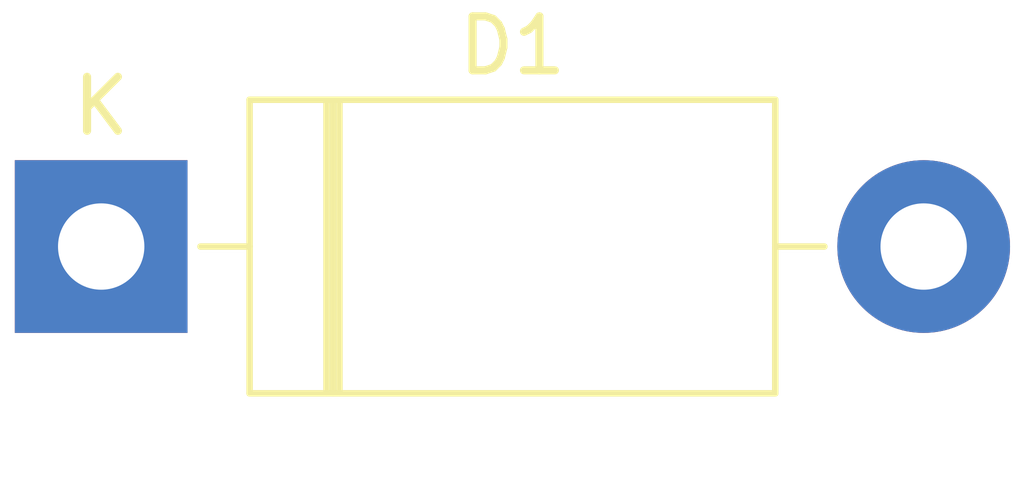
<source format=kicad_pcb>
(kicad_pcb (version 20221018) (generator pcbnew)
  (layers (0 "F.Cu" signal) (31 "B.Cu" signal) (34 "B.Paste" user) (35 "F.Paste" user) (36 "B.SilkS" user "B.Silkscreen") (37 "F.SilkS" user "F.Silkscreen") (38 "B.Mask" user) (39 "F.Mask" user) (44 "Edge.Cuts" user))
  (net 0 "")
  (net 1 "+12V")
  (net 2 "Net-(D1-A)")
  (footprint "Diode_THT:D_DO-201AD_P15.24mm_Horizontal" (layer "F.Cu") (at 147.32 -114.3)
    (fp_text reference "D1" (at 7.62 -3.72) (layer "F.SilkS"))
    (fp_text value "1N5821")
    (fp_text user "K" (at 0 -2.6) (layer "F.SilkS"))
    (fp_line (start 1.84 0) (end 2.75 0) (stroke (width 0.12)) (layer "F.SilkS"))
    (fp_line (start 2.75 -2.72) (end 2.75 2.72) (stroke (width 0.12)) (layer "F.SilkS"))
    (fp_line (start 2.75 2.72) (end 12.49 2.72) (stroke (width 0.12)) (layer "F.SilkS"))
    (fp_line (start 4.175 -2.72) (end 4.175 2.72) (stroke (width 0.12)) (layer "F.SilkS"))
    (fp_line (start 4.295 -2.72) (end 4.295 2.72) (stroke (width 0.12)) (layer "F.SilkS"))
    (fp_line (start 4.415 -2.72) (end 4.415 2.72) (stroke (width 0.12)) (layer "F.SilkS"))
    (fp_line (start 12.49 -2.72) (end 2.75 -2.72) (stroke (width 0.12)) (layer "F.SilkS"))
    (fp_line (start 12.49 2.72) (end 12.49 -2.72) (stroke (width 0.12)) (layer "F.SilkS"))
    (fp_line (start 13.4 0) (end 12.49 0) (stroke (width 0.12)) (layer "F.SilkS"))
    (pad "1" thru_hole rect (at 0 0) (size 3.2 3.2) (drill 1.6) (layers "*.Cu" "*.Mask") (net 1 "+12V"))
    (pad "2" thru_hole oval (at 15.24 0) (size 3.2 3.2) (drill 1.6) (layers "*.Cu" "*.Mask") (net 2 "Net-(D1-A)"))
  )
)
</source>
